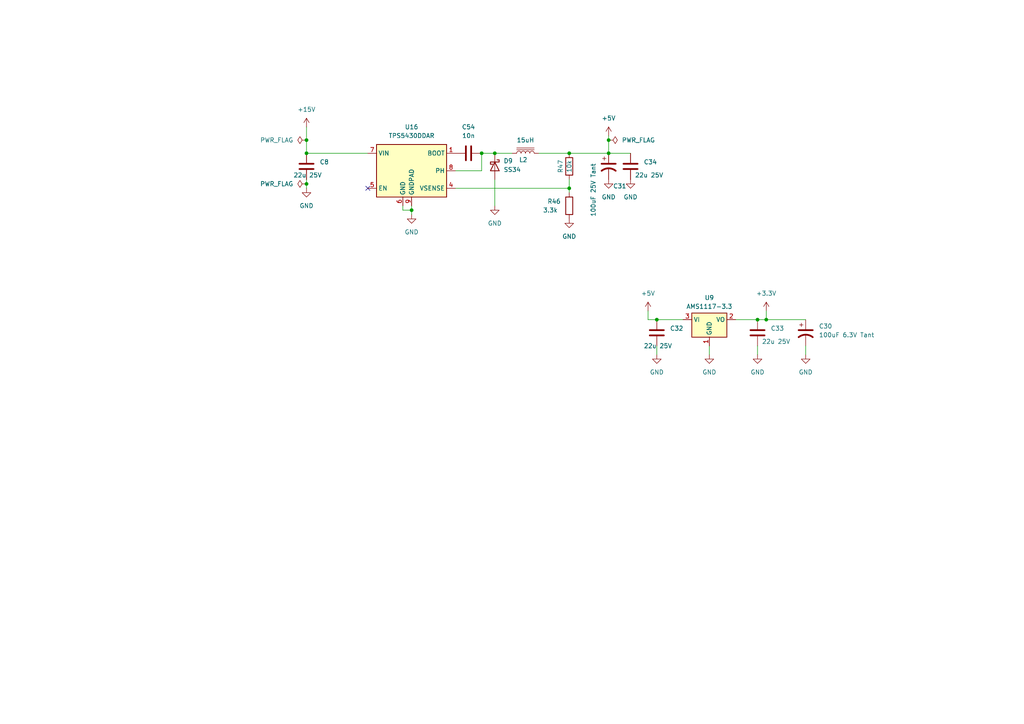
<source format=kicad_sch>
(kicad_sch (version 20230121) (generator eeschema)
  (paper "A4")
  (lib_symbols
    (symbol "Device:C" (pin_numbers hide) (pin_names (offset 0.254))
      (property "Reference" "C" (at 0.635 2.54 0))
      (property "Value" "C" (at 0.635 -2.54 0))
      (symbol "C_0_1"
        (polyline (pts (xy -2.032 -0.762) (xy 2.032 -0.762)) (stroke (width 0.508)))
        (polyline (pts (xy -2.032 0.762) (xy 2.032 0.762)) (stroke (width 0.508)))
      )
      (symbol "C_1_1"
        (pin passive line (at 0 3.81 270) (length 2.794) (name "~") (number "1"))
        (pin passive line (at 0 -3.81 90) (length 2.794) (name "~") (number "2"))
      )
    )
    (symbol "Device:C_Polarized_US" (pin_numbers hide) (pin_names (offset 0.254) hide)
      (property "Reference" "C" (at 0.635 2.54 0))
      (property "Value" "C_Polarized_US" (at 0.635 -2.54 0))
      (symbol "C_Polarized_US_0_1"
        (polyline (pts (xy -2.032 0.762) (xy 2.032 0.762)) (stroke (width 0.508)))
        (polyline (pts (xy -1.778 2.286) (xy -0.762 2.286)))
        (polyline (pts (xy -1.27 1.778) (xy -1.27 2.794)))
        (arc (start 2.032 -1.27) (mid 0 -0.5572) (end -2.032 -1.27) (stroke (width 0.508)))
      )
      (symbol "C_Polarized_US_1_1"
        (pin passive line (at 0 3.81 270) (length 2.794) (name "~") (number "1"))
        (pin passive line (at 0 -3.81 90) (length 3.302) (name "~") (number "2"))
      )
    )
    (symbol "Device:D_Schottky" (pin_numbers hide) (pin_names (offset 1.016) hide)
      (property "Reference" "D" (at 0 2.54 0))
      (property "Value" "D_Schottky" (at 0 -2.54 0))
      (symbol "D_Schottky_0_1"
        (polyline (pts (xy 1.27 0) (xy -1.27 0)))
        (polyline (pts (xy 1.27 1.27) (xy 1.27 -1.27) (xy -1.27 0) (xy 1.27 1.27)) (stroke (width 0.254)))
        (polyline (pts (xy -1.905 0.635) (xy -1.905 1.27) (xy -1.27 1.27) (xy -1.27 -1.27) (xy -0.635 -1.27) (xy -0.635 -0.635)) (stroke (width 0.254)))
      )
      (symbol "D_Schottky_1_1"
        (pin passive line (at -3.81 0 0) (length 2.54) (name "K") (number "1"))
        (pin passive line (at 3.81 0 180) (length 2.54) (name "A") (number "2"))
      )
    )
    (symbol "Device:L_Iron" (pin_numbers hide) (pin_names (offset 1.016) hide)
      (property "Reference" "L" (at -1.27 0 90))
      (property "Value" "L_Iron" (at 2.794 0 90))
      (symbol "L_Iron_0_1"
        (arc (start 0 -2.54) (mid 0.6323 -1.905) (end 0 -1.27))
        (arc (start 0 -1.27) (mid 0.6323 -0.635) (end 0 0))
        (polyline (pts (xy 1.016 2.54) (xy 1.016 -2.54)))
        (polyline (pts (xy 1.524 -2.54) (xy 1.524 2.54)))
        (arc (start 0 0) (mid 0.6323 0.635) (end 0 1.27))
        (arc (start 0 1.27) (mid 0.6323 1.905) (end 0 2.54))
      )
      (symbol "L_Iron_1_1"
        (pin passive line (at 0 3.81 270) (length 1.27) (name "1") (number "1"))
        (pin passive line (at 0 -3.81 90) (length 1.27) (name "2") (number "2"))
      )
    )
    (symbol "Device:R" (pin_numbers hide) (pin_names (offset 0))
      (property "Reference" "R" (at 2.032 0 90))
      (property "Value" "R" (at 0 0 90))
      (symbol "R_0_1"
        (rectangle (start -1.016 -2.54) (end 1.016 2.54) (stroke (width 0.254)))
      )
      (symbol "R_1_1"
        (pin passive line (at 0 3.81 270) (length 1.27) (name "~") (number "1"))
        (pin passive line (at 0 -3.81 90) (length 1.27) (name "~") (number "2"))
      )
    )
    (symbol "Regulator_Linear:AMS1117-3.3"
      (property "Reference" "U" (at -3.81 3.175 0))
      (property "Value" "AMS1117-3.3" (at 0 3.175 0))
      (symbol "AMS1117-3.3_0_1"
        (rectangle (start -5.08 -5.08) (end 5.08 1.905) (stroke (width 0.254)) (fill (type background)))
      )
      (symbol "AMS1117-3.3_1_1"
        (pin power_in line (at 0 -7.62 90) (length 2.54) (name "GND") (number "1"))
        (pin power_out line (at 7.62 0 180) (length 2.54) (name "VO") (number "2"))
        (pin power_in line (at -7.62 0 0) (length 2.54) (name "VI") (number "3"))
      )
    )
    (symbol "Regulator_Switching:TPS5430DDA"
      (property "Reference" "U" (at -10.16 8.89 0))
      (property "Value" "TPS5430DDA" (at -1.27 8.89 0))
      (symbol "TPS5430DDA_0_1"
        (rectangle (start -10.16 7.62) (end 10.16 -7.62) (stroke (width 0.254)) (fill (type background)))
      )
      (symbol "TPS5430DDA_1_1"
        (pin input line (at 12.7 5.08 180) (length 2.54) (name "BOOT") (number "1"))
        (pin no_connect line (at -10.16 2.54 0) (length 2.54) hide (name "NC") (number "2"))
        (pin no_connect line (at -10.16 -2.54 0) (length 2.54) hide (name "NC") (number "3"))
        (pin input line (at 12.7 -5.08 180) (length 2.54) (name "VSENSE") (number "4"))
        (pin input line (at -12.7 -5.08 0) (length 2.54) (name "EN") (number "5"))
        (pin power_in line (at -2.54 -10.16 90) (length 2.54) (name "GND") (number "6"))
        (pin power_in line (at -12.7 5.08 0) (length 2.54) (name "VIN") (number "7"))
        (pin output line (at 12.7 0 180) (length 2.54) (name "PH") (number "8"))
        (pin power_in line (at 0 -10.16 90) (length 2.54) (name "GNDPAD") (number "9"))
      )
    )
    (symbol "power:+15V" (power) (pin_names (offset 0))
      (property "Value" "+15V" (at 0 3.556 0))
      (symbol "+15V_0_1"
        (polyline (pts (xy -0.762 1.27) (xy 0 2.54)))
        (polyline (pts (xy 0 0) (xy 0 2.54)))
        (polyline (pts (xy 0 2.54) (xy 0.762 1.27)))
      )
      (symbol "+15V_1_1"
        (pin power_in line (at 0 0 90) (length 0) hide (name "+15V") (number "1"))
      )
    )
    (symbol "power:+3.3V" (power) (pin_names (offset 0))
      (property "Value" "+3.3V" (at 0 3.556 0))
      (symbol "+3.3V_0_1"
        (polyline (pts (xy -0.762 1.27) (xy 0 2.54)))
        (polyline (pts (xy 0 0) (xy 0 2.54)))
        (polyline (pts (xy 0 2.54) (xy 0.762 1.27)))
      )
      (symbol "+3.3V_1_1"
        (pin power_in line (at 0 0 90) (length 0) hide (name "+3.3V") (number "1"))
      )
    )
    (symbol "power:+5V" (power) (pin_names (offset 0))
      (property "Value" "+5V" (at 0 3.556 0))
      (symbol "+5V_0_1"
        (polyline (pts (xy -0.762 1.27) (xy 0 2.54)))
        (polyline (pts (xy 0 0) (xy 0 2.54)))
        (polyline (pts (xy 0 2.54) (xy 0.762 1.27)))
      )
      (symbol "+5V_1_1"
        (pin power_in line (at 0 0 90) (length 0) hide (name "+5V") (number "1"))
      )
    )
    (symbol "power:GND" (power) (pin_names (offset 0))
      (property "Value" "GND" (at 0 -3.81 0))
      (symbol "GND_0_1"
        (polyline (pts (xy 0 0) (xy 0 -1.27) (xy 1.27 -1.27) (xy 0 -2.54) (xy -1.27 -1.27) (xy 0 -1.27)))
      )
      (symbol "GND_1_1"
        (pin power_in line (at 0 0 270) (length 0) hide (name "GND") (number "1"))
      )
    )
    (symbol "power:PWR_FLAG" (power) (pin_numbers hide) (pin_names (offset 0) hide)
      (property "Value" "PWR_FLAG" (at 0 3.81 0))
      (symbol "PWR_FLAG_0_0"
        (pin power_out line (at 0 0 90) (length 0) (name "pwr") (number "1"))
      )
      (symbol "PWR_FLAG_0_1"
        (polyline (pts (xy 0 0) (xy 0 1.27) (xy -1.016 1.905) (xy 0 2.54) (xy 1.016 1.905) (xy 0 1.27)))
      )
    )
  )
  (junction (at 190.5 92.71))
  (junction (at 88.9 53.34))
  (junction (at 176.53 44.45))
  (junction (at 165.1 44.45))
  (junction (at 176.53 40.64))
  (junction (at 88.9 40.64))
  (junction (at 88.9 44.45))
  (junction (at 222.25 92.71))
  (junction (at 219.71 92.71))
  (junction (at 119.38 60.96))
  (junction (at 139.7 44.45))
  (junction (at 143.51 44.45))
  (junction (at 165.1 54.61))
  (no_connect (at 106.68 54.61))
  (wire (pts (xy 132.08 49.53) (xy 139.7 49.53)))
  (wire (pts (xy 233.68 100.33) (xy 233.68 102.87)))
  (wire (pts (xy 187.96 90.17) (xy 187.96 92.71)))
  (wire (pts (xy 132.08 54.61) (xy 165.1 54.61)))
  (wire (pts (xy 190.5 100.33) (xy 190.5 102.87)))
  (wire (pts (xy 88.9 53.34) (xy 88.9 54.61)))
  (wire (pts (xy 222.25 92.71) (xy 233.68 92.71)))
  (wire (pts (xy 165.1 54.61) (xy 165.1 52.07)))
  (wire (pts (xy 205.74 100.33) (xy 205.74 102.87)))
  (wire (pts (xy 116.84 60.96) (xy 119.38 60.96)))
  (wire (pts (xy 156.21 44.45) (xy 165.1 44.45)))
  (wire (pts (xy 106.68 44.45) (xy 88.9 44.45)))
  (wire (pts (xy 139.7 49.53) (xy 139.7 44.45)))
  (wire (pts (xy 88.9 36.83) (xy 88.9 40.64)))
  (wire (pts (xy 176.53 40.64) (xy 176.53 44.45)))
  (wire (pts (xy 176.53 44.45) (xy 182.88 44.45)))
  (wire (pts (xy 119.38 59.69) (xy 119.38 60.96)))
  (wire (pts (xy 187.96 92.71) (xy 190.5 92.71)))
  (wire (pts (xy 143.51 52.07) (xy 143.51 59.69)))
  (wire (pts (xy 88.9 52.07) (xy 88.9 53.34)))
  (wire (pts (xy 190.5 92.71) (xy 198.12 92.71)))
  (wire (pts (xy 165.1 44.45) (xy 176.53 44.45)))
  (wire (pts (xy 88.9 40.64) (xy 88.9 44.45)))
  (wire (pts (xy 143.51 44.45) (xy 148.59 44.45)))
  (wire (pts (xy 176.53 39.37) (xy 176.53 40.64)))
  (wire (pts (xy 119.38 60.96) (xy 119.38 62.23)))
  (wire (pts (xy 219.71 100.33) (xy 219.71 102.87)))
  (wire (pts (xy 219.71 92.71) (xy 222.25 92.71)))
  (wire (pts (xy 116.84 59.69) (xy 116.84 60.96)))
  (wire (pts (xy 213.36 92.71) (xy 219.71 92.71)))
  (wire (pts (xy 139.7 44.45) (xy 143.51 44.45)))
  (wire (pts (xy 165.1 55.88) (xy 165.1 54.61)))
  (wire (pts (xy 222.25 92.71) (xy 222.25 90.17)))
  (symbol (lib_id "power:GND") (at 88.9 54.61 0) (unit 1)
    (property "Reference" "#PWR08" (effects hide))
    (property "Value" "GND" (at 88.9 59.69 0))
    (instances (project "DevKit" (path "" (reference "#PWR08") (unit 1)) (path "" (reference "#PWR067") (unit 1))))
  )
  (symbol (lib_id "power:GND") (at 233.68 102.87 0) (unit 1)
    (property "Reference" "#PWR08" (effects hide))
    (property "Value" "GND" (at 233.68 107.95 0))
    (instances (project "DevKit" (path "" (reference "#PWR08") (unit 1)) (path "" (reference "#PWR079") (unit 1))))
  )
  (symbol (lib_id "Device:D_Schottky") (at 143.51 48.26 270) (unit 1)
    (property "Reference" "D9" (at 146.05 46.6725 90) (effects (justify left)))
    (property "Value" "SS34" (at 146.05 49.2125 90) (effects (justify left)))
    (property "Footprint" "Diode_SMD:D_SMA" (effects hide))
    (property "MPN" "C8678" (effects hide))
  )
  (symbol (lib_id "Device:C") (at 219.71 96.52 0) (unit 1)
    (property "Reference" "C33" (at 223.52 95.25 0) (effects (justify left)))
    (property "Value" "22u 25V" (at 220.98 99.06 0) (effects (justify left)))
    (property "Footprint" "Capacitor_SMD:C_1206_3216Metric" (effects hide))
    (property "MPN" "C12891" (effects hide))
  )
  (symbol (lib_id "power:PWR_FLAG") (at 88.9 53.34 90) (unit 1)
    (property "Reference" "#FLG02" (effects hide))
    (property "Value" "PWR_FLAG" (at 85.09 53.34 90) (effects (justify left)))
  )
  (symbol (lib_id "power:GND") (at 190.5 102.87 0) (unit 1)
    (property "Reference" "#PWR08" (effects hide))
    (property "Value" "GND" (at 190.5 107.95 0))
    (instances (project "DevKit" (path "" (reference "#PWR08") (unit 1)) (path "" (reference "#PWR075") (unit 1))))
  )
  (symbol (lib_id "power:GND") (at 205.74 102.87 0) (unit 1)
    (property "Reference" "#PWR08" (effects hide))
    (property "Value" "GND" (at 205.74 107.95 0))
    (instances (project "DevKit" (path "" (reference "#PWR08") (unit 1)) (path "" (reference "#PWR076") (unit 1))))
  )
  (symbol (lib_id "Device:C") (at 135.89 44.45 270) (unit 1)
    (property "Reference" "C54" (at 135.89 36.83 90))
    (property "Value" "10n" (at 135.89 39.37 90))
    (property "Footprint" "Capacitor_SMD:C_0603_1608Metric" (effects hide))
    (property "MPN" "C57112" (effects hide))
  )
  (symbol (lib_id "power:GND") (at 143.51 59.69 0) (unit 1)
    (property "Reference" "#PWR08" (effects hide))
    (property "Value" "GND" (at 143.51 64.77 0))
    (instances (project "DevKit" (path "" (reference "#PWR08") (unit 1)) (path "" (reference "#PWR0147") (unit 1))))
  )
  (symbol (lib_id "power:GND") (at 182.88 52.07 0) (unit 1)
    (property "Reference" "#PWR08" (effects hide))
    (property "Value" "GND" (at 182.88 57.15 0))
    (instances (project "DevKit" (path "" (reference "#PWR08") (unit 1)) (path "" (reference "#PWR084") (unit 1))))
  )
  (symbol (lib_id "power:+3.3V") (at 222.25 90.17 0) (unit 1)
    (property "Reference" "#PWR03" (effects hide))
    (property "Value" "+3.3V" (at 222.25 85.09 0))
    (instances (project "DevKit" (path "" (reference "#PWR03") (unit 1)) (path "" (reference "#PWR078") (unit 1))))
  )
  (symbol (lib_id "power:+5V") (at 187.96 90.17 0) (unit 1)
    (property "Reference" "#PWR074" (effects hide))
    (property "Value" "+5V" (at 187.96 85.09 0))
  )
  (symbol (lib_id "Regulator_Linear:AMS1117-3.3") (at 205.74 92.71 0) (unit 1)
    (property "Reference" "U9" (at 205.74 86.36 0))
    (property "Value" "AMS1117-3.3" (at 205.74 88.9 0))
    (property "Footprint" "Package_TO_SOT_SMD:SOT-223-3_TabPin2" (effects hide))
    (property "Datasheet" "http://www.advanced-monolithic.com/pdf/ds1117.pdf" (effects hide))
    (property "MPN" "C6186" (effects hide))
    (property "JLCRotOffset" "-180" (effects hide))
  )
  (symbol (lib_id "power:GND") (at 219.71 102.87 0) (unit 1)
    (property "Reference" "#PWR08" (effects hide))
    (property "Value" "GND" (at 219.71 107.95 0))
    (instances (project "DevKit" (path "" (reference "#PWR08") (unit 1)) (path "" (reference "#PWR077") (unit 1))))
  )
  (symbol (lib_id "Device:C") (at 182.88 48.26 0) (unit 1)
    (property "Reference" "C34" (at 186.69 46.99 0) (effects (justify left)))
    (property "Value" "22u 25V" (at 184.15 50.8 0) (effects (justify left)))
    (property "Footprint" "Capacitor_SMD:C_1206_3216Metric" (effects hide))
    (property "MPN" "C12891" (effects hide))
  )
  (symbol (lib_id "Regulator_Switching:TPS5430DDA") (at 119.38 49.53 0) (unit 1)
    (property "Reference" "U16" (at 119.38 36.83 0))
    (property "Value" "TPS5430DDAR" (at 119.38 39.37 0))
    (property "Footprint" "Package_SO:TI_SO-PowerPAD-8_ThermalVias" (effects hide))
    (property "Datasheet" "http://www.ti.com/lit/ds/symlink/tps5430.pdf" (effects hide))
    (property "MPN" "C9864" (effects hide))
  )
  (symbol (lib_id "Device:C") (at 88.9 48.26 0) (unit 1)
    (property "Reference" "C8" (at 92.71 46.99 0) (effects (justify left)))
    (property "Value" "22u 25V" (at 85.09 50.8 0) (effects (justify left)))
    (property "Footprint" "Capacitor_SMD:C_1206_3216Metric" (effects hide))
    (property "MPN" "C12891" (effects hide))
    (instances (project "DevKit" (path "" (reference "C8") (unit 1)) (path "" (reference "C28") (unit 1))))
  )
  (symbol (lib_id "power:PWR_FLAG") (at 88.9 40.64 90) (unit 1)
    (property "Reference" "#FLG01" (effects hide))
    (property "Value" "PWR_FLAG" (at 85.09 40.64 90) (effects (justify left)))
  )
  (symbol (lib_id "power:GND") (at 165.1 63.5 0) (unit 1)
    (property "Reference" "#PWR08" (effects hide))
    (property "Value" "GND" (at 165.1 68.58 0))
    (instances (project "DevKit" (path "" (reference "#PWR08") (unit 1)) (path "" (reference "#PWR0148") (unit 1))))
  )
  (symbol (lib_id "Device:R") (at 165.1 59.69 0) (unit 1)
    (property "Reference" "R46" (at 158.75 58.42 0) (effects (justify left)))
    (property "Value" "3.3k" (at 157.48 60.96 0) (effects (justify left)))
    (property "Footprint" "Resistor_SMD:R_0603_1608Metric" (effects hide))
    (property "MPN" "C22978" (effects hide))
  )
  (symbol (lib_id "Device:C") (at 190.5 96.52 0) (unit 1)
    (property "Reference" "C32" (at 194.31 95.25 0) (effects (justify left)))
    (property "Value" "22u 25V" (at 186.69 100.33 0) (effects (justify left)))
    (property "Footprint" "Capacitor_SMD:C_1206_3216Metric" (effects hide))
    (property "MPN" "C12891" (effects hide))
  )
  (symbol (lib_id "Device:C_Polarized_US") (at 176.53 48.26 0) (unit 1)
    (property "Reference" "C31" (at 177.8 53.975 0) (effects (justify left)))
    (property "Value" "100uF 25V Tant" (at 172.085 62.865 90) (effects (justify left)))
    (property "Footprint" "Capacitor_Tantalum_SMD:CP_EIA-7343-31_Kemet-D" (effects hide))
    (property "MPN" "C212710" (effects hide))
  )
  (symbol (lib_id "power:+15V") (at 88.9 36.83 0) (unit 1)
    (property "Reference" "#PWR072" (effects hide))
    (property "Value" "+15V" (at 88.9 31.75 0))
  )
  (symbol (lib_id "power:PWR_FLAG") (at 176.53 40.64 270) (unit 1)
    (property "Reference" "#FLG03" (effects hide))
    (property "Value" "PWR_FLAG" (at 180.34 40.64 90) (effects (justify left)))
  )
  (symbol (lib_id "power:GND") (at 176.53 52.07 0) (unit 1)
    (property "Reference" "#PWR08" (effects hide))
    (property "Value" "GND" (at 176.53 57.15 0))
    (instances (project "DevKit" (path "" (reference "#PWR08") (unit 1)) (path "" (reference "#PWR070") (unit 1))))
  )
  (symbol (lib_id "power:+5V") (at 176.53 39.37 0) (unit 1)
    (property "Reference" "#PWR071" (effects hide))
    (property "Value" "+5V" (at 176.53 34.29 0))
  )
  (symbol (lib_id "Device:R") (at 165.1 48.26 180) (unit 1)
    (property "Reference" "R47" (at 162.56 48.26 90))
    (property "Value" "10k" (at 165.1 48.26 90))
    (property "Footprint" "Resistor_SMD:R_0603_1608Metric" (effects hide))
    (property "MPN" "C25804" (effects hide))
    (instances (project "DevKit" (path "" (reference "R47") (unit 1)) (path "" (reference "R48") (unit 1)) (path "" (reference "R48") (unit 1)) (path "" (reference "R47") (unit 1)) (path "" (reference "R47") (unit 1))))
  )
  (symbol (lib_id "Device:C_Polarized_US") (at 233.68 96.52 0) (unit 1)
    (property "Reference" "C30" (at 237.49 94.615 0) (effects (justify left)))
    (property "Value" "100uF 6.3V Tant" (at 237.49 97.155 0) (effects (justify left)))
    (property "Footprint" "Capacitor_Tantalum_SMD:CP_EIA-3528-15_AVX-H" (effects hide))
    (property "MPN" "C16133" (effects hide))
  )
  (symbol (lib_id "power:GND") (at 119.38 62.23 0) (unit 1)
    (property "Reference" "#PWR08" (effects hide))
    (property "Value" "GND" (at 119.38 67.31 0))
    (instances (project "DevKit" (path "" (reference "#PWR08") (unit 1)) (path "" (reference "#PWR0146") (unit 1))))
  )
  (symbol (lib_id "Device:L_Iron") (at 152.4 44.45 90) (unit 1)
    (property "Reference" "L2" (at 151.765 46.355 90))
    (property "Value" "15uH" (at 152.4 40.64 90))
    (property "Footprint" "Inductor_SMD:L_Bourns_SRP7028A_7.3x6.6mm" (effects hide))
    (property "MPN" "C329395" (effects hide))
  )
)
</source>
